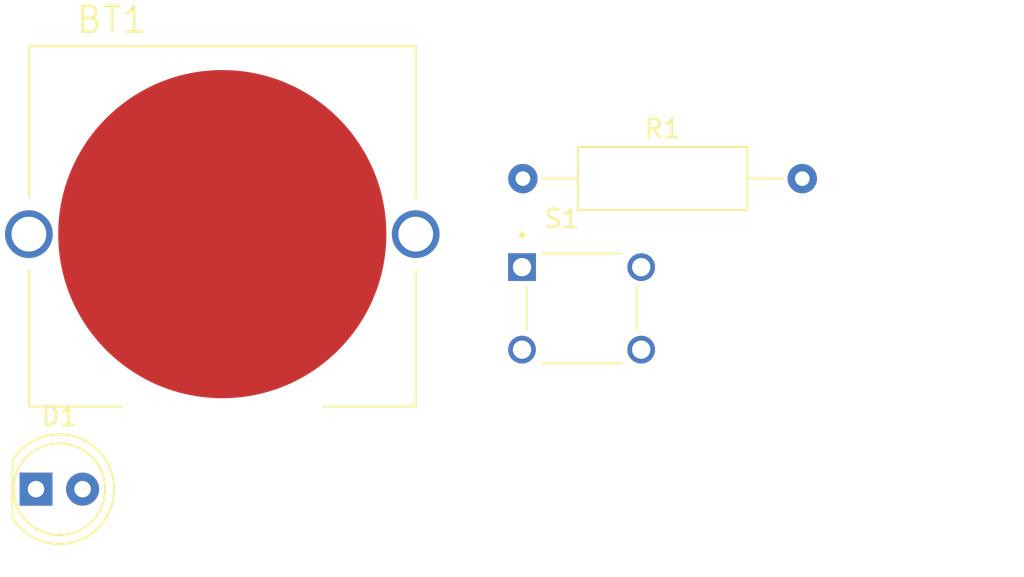
<source format=kicad_pcb>
(kicad_pcb (version 20241229) (generator "pcbnew") (generator_version "9.0")
  (layers (0 "F.Cu" signal) (2 "B.Cu" signal) (13 "F.Paste" user) (15 "B.Paste" user) (5 "F.SilkS" user "F.Silkscreen") (7 "B.SilkS" user "B.Silkscreen") (1 "F.Mask" user) (3 "B.Mask" user) (25 "Edge.Cuts" user))
  (net 0 "")
  (net 1 "GND")
  (net 2 "Net-(D1-A)")
  (net 3 "Net-(BT1-PadP1)")
  (net 4 "Net-(R1-Pad2)")
  (footprint "Robot Uprising:SW_TS02-66-70-BK-160-LCR-D" (layer "F.Cu") (at 147.75 91.75)
    (property "Reference" "S1" (at -1.079 -4.889 0) (layer "F.SilkS"))
    (property "Value" "TS02-66-70-BK-160-LCR-D")
    (fp_line (start -3 -1.176) (end -3 1.176) (stroke (width 0.127)) (layer "F.SilkS"))
    (fp_line (start -2.176 -3) (end 2.176 -3) (stroke (width 0.127)) (layer "F.SilkS"))
    (fp_line (start -2.176 3) (end 2.176 3) (stroke (width 0.127)) (layer "F.SilkS"))
    (fp_line (start 3 -1.176) (end 3 1.176) (stroke (width 0.127)) (layer "F.SilkS"))
    (fp_circle (center -3.25 -4.004) (end -3.15 -4.004) (stroke (width 0.2)) (fill no) (layer "F.SilkS"))
    (pad "1" thru_hole rect (at -3.25 -2.25) (size 1.508 1.508) (drill 1) (layers "*.Cu" "*.Mask") (net 4 "Net-(R1-Pad2)"))
    (pad "2" thru_hole circle (at 3.25 -2.25) (size 1.508 1.508) (drill 1) (layers "*.Cu" "*.Mask") (net 4 "Net-(R1-Pad2)"))
    (pad "3" thru_hole circle (at -3.25 2.25) (size 1.508 1.508) (drill 1) (layers "*.Cu" "*.Mask") (net 3 "Net-(BT1-PadP1)"))
    (pad "4" thru_hole circle (at 3.25 2.25) (size 1.508 1.508) (drill 1) (layers "*.Cu" "*.Mask") (net 3 "Net-(BT1-PadP1)"))
  )
  (footprint "Robot Uprising:BAT-HLD-005-THM" (layer "F.Cu") (at 128.15 87.7)
    (property "Reference" "BT1" (at -6.055 -11.689 0) (layer "F.SilkS") (effects (font (size 1.4 1.4))))
    (property "Value" "BAT-HLD-005-THM")
    (fp_line (start -10.55 -10.25) (end 10.55 -10.25) (stroke (width 0.127)) (layer "F.SilkS"))
    (fp_line (start -10.55 -2) (end -10.55 -10.25) (stroke (width 0.127)) (layer "F.SilkS"))
    (fp_line (start -10.55 2) (end -10.55 9.4) (stroke (width 0.127)) (layer "F.SilkS"))
    (fp_line (start -10.55 9.4) (end -5.5 9.4) (stroke (width 0.127)) (layer "F.SilkS"))
    (fp_line (start 5.5 9.4) (end 10.55 9.4) (stroke (width 0.127)) (layer "F.SilkS"))
    (fp_line (start 10.55 -10.25) (end 10.55 -2) (stroke (width 0.127)) (layer "F.SilkS"))
    (fp_line (start 10.55 9.4) (end 10.55 2) (stroke (width 0.127)) (layer "F.SilkS"))
    (pad "N" smd circle (at 0 0) (size 17.9 17.9) (layers "F.Cu" "F.Mask") (net 1 "GND"))
    (pad "P1" thru_hole circle (at -10.55 0) (size 2.6 2.6) (drill 1.9) (layers "*.Cu" "*.Mask") (net 3 "Net-(BT1-PadP1)"))
    (pad "P2" thru_hole circle (at 10.55 0) (size 2.6 2.6) (drill 1.9) (layers "*.Cu" "*.Mask") (net 3 "Net-(BT1-PadP1)"))
  )
  (footprint "Resistor_THT:R_Axial_DIN0309_L9.0mm_D3.2mm_P15.24mm_Horizontal" (layer "F.Cu") (at 144.546 84.671)
    (property "Reference" "R1" (at 7.62 -2.72 0) (layer "F.SilkS"))
    (property "Value" "90")
    (fp_line (start 1.04 0) (end 3 0) (stroke (width 0.12)) (layer "F.SilkS"))
    (fp_line (start 3 -1.72) (end 3 1.72) (stroke (width 0.12)) (layer "F.SilkS"))
    (fp_line (start 3 1.72) (end 12.24 1.72) (stroke (width 0.12)) (layer "F.SilkS"))
    (fp_line (start 12.24 -1.72) (end 3 -1.72) (stroke (width 0.12)) (layer "F.SilkS"))
    (fp_line (start 12.24 1.72) (end 12.24 -1.72) (stroke (width 0.12)) (layer "F.SilkS"))
    (fp_line (start 14.2 0) (end 12.24 0) (stroke (width 0.12)) (layer "F.SilkS"))
    (pad "1" thru_hole circle (at 0 0) (size 1.6 1.6) (drill 0.8) (layers "*.Cu" "*.Mask") (net 2 "Net-(D1-A)"))
    (pad "2" thru_hole oval (at 15.24 0) (size 1.6 1.6) (drill 0.8) (layers "*.Cu" "*.Mask") (net 4 "Net-(R1-Pad2)"))
  )
  (footprint "LED_THT:LED_D5.0mm" (layer "F.Cu") (at 117.99 101.61)
    (property "Reference" "D1" (at 1.27 -3.96 0) (layer "F.SilkS"))
    (property "Value" "LED")
    (fp_line (start -1.29 -1.545) (end -1.29 1.545) (stroke (width 0.12)) (layer "F.SilkS"))
    (fp_arc (start -1.29 -1.54483) (mid 2.071756 -2.880501) (end 4.26 -0.000048) (stroke (width 0.12)) (layer "F.SilkS"))
    (fp_arc (start 4.26 0.000048) (mid 2.071756 2.880501) (end -1.29 1.54483) (stroke (width 0.12)) (layer "F.SilkS"))
    (fp_circle (center 1.27 0) (end 3.77 0) (stroke (width 0.12)) (fill no) (layer "F.SilkS"))
    (pad "1" thru_hole rect (at 0 0) (size 1.8 1.8) (drill 0.9) (layers "*.Cu" "*.Mask") (net 1 "GND"))
    (pad "2" thru_hole circle (at 2.54 0) (size 1.8 1.8) (drill 0.9) (layers "*.Cu" "*.Mask") (net 2 "Net-(D1-A)"))
  )
)
</source>
